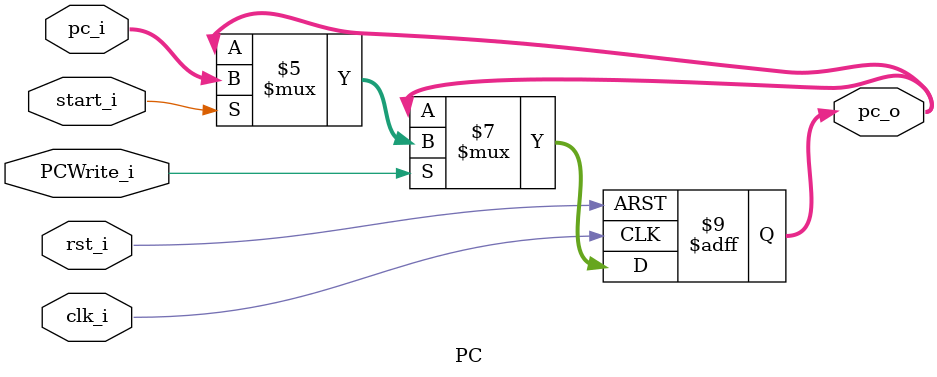
<source format=v>
module PC
(
    clk_i,
    rst_i,
    start_i,
    PCWrite_i,
    pc_i,
    pc_o
);

// Ports
input               clk_i;
input               rst_i;
input               start_i;
input               PCWrite_i;
input   [31:0]      pc_i;
output  [31:0]      pc_o;

// Wires & Registers
reg     [31:0]      pc_o;

initial begin
    //pc_o = 0;
end

always@(posedge clk_i or negedge rst_i) begin
    if(~rst_i) begin
        pc_o <= 32'b0;
    end  
    else begin
        if (PCWrite_i) begin
            if(start_i)
                pc_o <= pc_i;
            else
                pc_o <= pc_o;
        end
    end
end

endmodule

</source>
